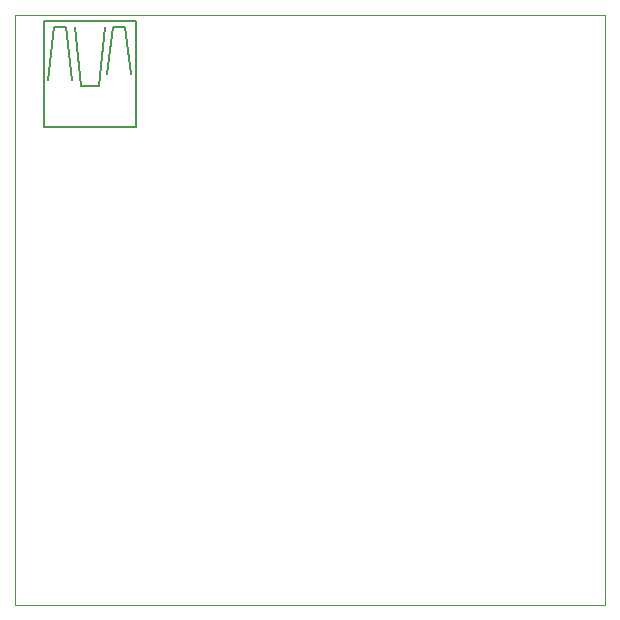
<source format=gbo>
G75*
%MOIN*%
%OFA0B0*%
%FSLAX25Y25*%
%IPPOS*%
%LPD*%
%AMOC8*
5,1,8,0,0,1.08239X$1,22.5*
%
%ADD10C,0.00000*%
%ADD11C,0.00500*%
D10*
X0001800Y0001800D02*
X0001800Y0198650D01*
X0198650Y0198650D01*
X0198650Y0001800D01*
X0001800Y0001800D01*
D11*
X0011446Y0161131D02*
X0011446Y0196564D01*
X0042154Y0196564D01*
X0042154Y0161131D01*
X0011446Y0161131D01*
X0023847Y0174910D02*
X0021879Y0194595D01*
X0018926Y0194595D02*
X0020894Y0176879D01*
X0023847Y0174910D02*
X0029753Y0174910D01*
X0031721Y0194595D01*
X0034674Y0194595D02*
X0032706Y0178847D01*
X0040580Y0178847D02*
X0038611Y0194595D01*
X0034674Y0194595D01*
X0018926Y0194595D02*
X0014989Y0194595D01*
X0013020Y0176879D01*
M02*

</source>
